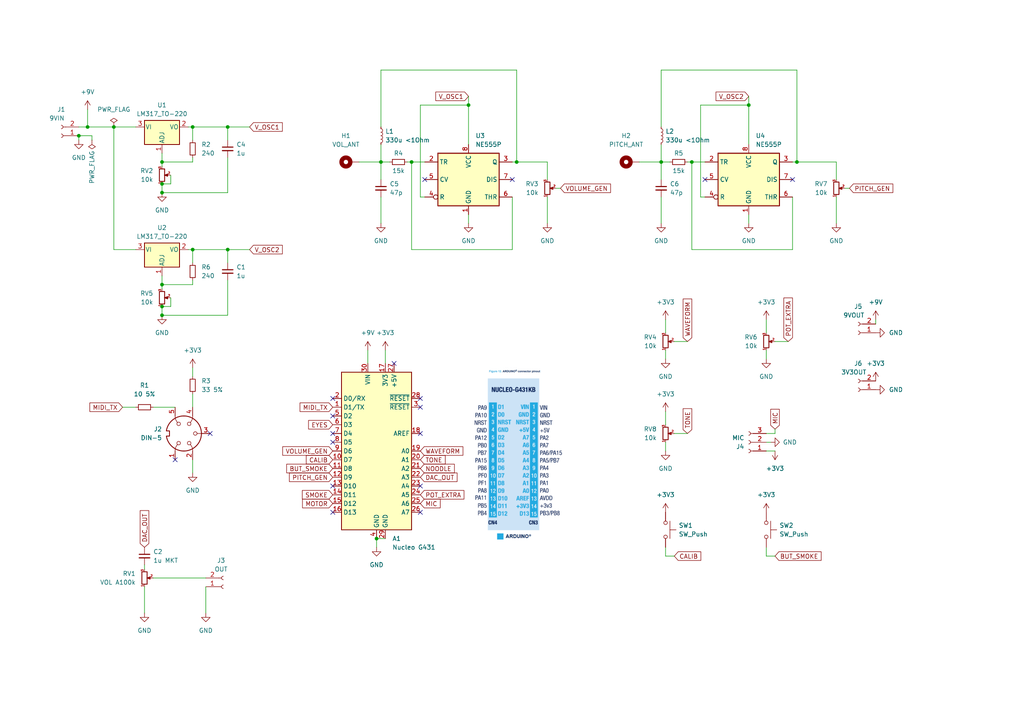
<source format=kicad_sch>
(kicad_sch (version 20211123) (generator eeschema)
  (paper "A4")
  (lib_symbols
    (symbol "Connector:Conn_01x02_Female" (pin_names (offset 1.016) hide)
      (property "Reference" "J" (at 0 2.54 0))
      (property "Value" "Conn_01x02_Female" (at 0 -5.08 0))
      (symbol "Conn_01x02_Female_1_1"
        (arc (start 0 -2.032) (mid -0.508 -2.54) (end 0 -3.048) (stroke (width 0.1524)))
        (polyline (pts (xy -1.27 -2.54) (xy -0.508 -2.54)) (stroke (width 0.1524)))
        (polyline (pts (xy -1.27 0) (xy -0.508 0)) (stroke (width 0.1524)))
        (arc (start 0 0.508) (mid -0.508 0) (end 0 -0.508) (stroke (width 0.1524)))
        (pin passive line (at -5.08 0 0) (length 3.81) (name "Pin_1") (number "1"))
        (pin passive line (at -5.08 -2.54 0) (length 3.81) (name "Pin_2") (number "2"))
      )
    )
    (symbol "Connector:Conn_01x03_Female" (pin_names (offset 1.016) hide)
      (property "Reference" "J" (at 0 5.08 0))
      (property "Value" "Conn_01x03_Female" (at 0 -5.08 0))
      (symbol "Conn_01x03_Female_1_1"
        (arc (start 0 -2.032) (mid -0.508 -2.54) (end 0 -3.048) (stroke (width 0.1524)))
        (polyline (pts (xy -1.27 -2.54) (xy -0.508 -2.54)) (stroke (width 0.1524)))
        (polyline (pts (xy -1.27 0) (xy -0.508 0)) (stroke (width 0.1524)))
        (polyline (pts (xy -1.27 2.54) (xy -0.508 2.54)) (stroke (width 0.1524)))
        (arc (start 0 0.508) (mid -0.508 0) (end 0 -0.508) (stroke (width 0.1524)))
        (arc (start 0 3.048) (mid -0.508 2.54) (end 0 2.032) (stroke (width 0.1524)))
        (pin passive line (at -5.08 2.54 0) (length 3.81) (name "Pin_1") (number "1"))
        (pin passive line (at -5.08 0 0) (length 3.81) (name "Pin_2") (number "2"))
        (pin passive line (at -5.08 -2.54 0) (length 3.81) (name "Pin_3") (number "3"))
      )
    )
    (symbol "Connector:DIN-5" (pin_names (offset 1.016))
      (property "Reference" "J" (at 3.175 5.715 0))
      (property "Value" "DIN-5" (at 0 -6.35 0))
      (symbol "DIN-5_0_1"
        (arc (start -5.08 0) (mid -3.8609 -3.3364) (end -0.762 -5.08) (stroke (width 0.254)))
        (circle (center -2.794 -1.524) (radius 0.508))
        (circle (center -2.794 1.524) (radius 0.508))
        (polyline (pts (xy 0 5.08) (xy 0 3.81)))
        (polyline (pts (xy -5.08 -2.54) (xy -4.318 -2.54) (xy -3.175 -1.905)))
        (polyline (pts (xy -5.08 2.54) (xy -4.318 2.54) (xy -3.175 1.905)))
        (polyline (pts (xy 5.08 -2.54) (xy 4.318 -2.54) (xy 3.175 -1.905)))
        (polyline (pts (xy 5.08 2.54) (xy 4.318 2.54) (xy 3.175 1.905)))
        (polyline (pts (xy -0.762 -4.953) (xy -0.762 -4.191) (xy 0.762 -4.191) (xy 0.762 -4.953)) (stroke (width 0.254)))
        (circle (center 0 3.302) (radius 0.508))
        (arc (start 0.762 -5.08) (mid 3.8685 -3.343) (end 5.08 0) (stroke (width 0.254)))
        (circle (center 2.794 -1.524) (radius 0.508))
        (circle (center 2.794 1.524) (radius 0.508))
        (arc (start 5.08 0) (mid 0 5.08) (end -5.08 0) (stroke (width 0.254)))
      )
      (symbol "DIN-5_1_1"
        (pin passive line (at -7.62 -2.54 0) (length 2.54) (name "~") (number "1"))
        (pin passive line (at -7.62 2.54 0) (length 2.54) (name "~") (number "2"))
        (pin passive line (at 0 7.62 270) (length 2.54) (name "~") (number "3"))
        (pin passive line (at 7.62 2.54 180) (length 2.54) (name "~") (number "4"))
        (pin passive line (at 7.62 -2.54 180) (length 2.54) (name "~") (number "5"))
      )
    )
    (symbol "Device:C_Small" (pin_numbers hide) (pin_names (offset 0.254) hide)
      (property "Reference" "C" (at 0.254 1.778 0))
      (property "Value" "C_Small" (at 0.254 -2.032 0))
      (symbol "C_Small_0_1"
        (polyline (pts (xy -1.524 -0.508) (xy 1.524 -0.508)) (stroke (width 0.3302)))
        (polyline (pts (xy -1.524 0.508) (xy 1.524 0.508)) (stroke (width 0.3048)))
      )
      (symbol "C_Small_1_1"
        (pin passive line (at 0 2.54 270) (length 2.032) (name "~") (number "1"))
        (pin passive line (at 0 -2.54 90) (length 2.032) (name "~") (number "2"))
      )
    )
    (symbol "Device:L_Small" (pin_numbers hide) (pin_names (offset 0.254) hide)
      (property "Reference" "L" (at 0.762 1.016 0))
      (property "Value" "L_Small" (at 0.762 -1.016 0))
      (symbol "L_Small_0_1"
        (arc (start 0 -2.032) (mid 0.508 -1.524) (end 0 -1.016))
        (arc (start 0 -1.016) (mid 0.508 -0.508) (end 0 0))
        (arc (start 0 0) (mid 0.508 0.508) (end 0 1.016))
        (arc (start 0 1.016) (mid 0.508 1.524) (end 0 2.032))
      )
      (symbol "L_Small_1_1"
        (pin passive line (at 0 2.54 270) (length 0.508) (name "~") (number "1"))
        (pin passive line (at 0 -2.54 90) (length 0.508) (name "~") (number "2"))
      )
    )
    (symbol "Device:R_Potentiometer_Small" (pin_names (offset 1.016) hide)
      (property "Reference" "RV" (at -4.445 0 90))
      (property "Value" "R_Potentiometer_Small" (at -2.54 0 90))
      (symbol "R_Potentiometer_Small_0_1"
        (polyline (pts (xy 0.889 0) (xy 0.635 0) (xy 1.651 0.381) (xy 1.651 -0.381) (xy 0.635 0) (xy 0.889 0)) (fill (type outline)))
        (rectangle (start 0.762 1.8034) (end -0.762 -1.8034) (stroke (width 0.254)))
      )
      (symbol "R_Potentiometer_Small_1_1"
        (pin passive line (at 0 2.54 270) (length 0.635) (name "1") (number "1"))
        (pin passive line (at 2.54 0 180) (length 0.9906) (name "2") (number "2"))
        (pin passive line (at 0 -2.54 90) (length 0.635) (name "3") (number "3"))
      )
    )
    (symbol "Device:R_Small" (pin_numbers hide) (pin_names (offset 0.254) hide)
      (property "Reference" "R" (at 0.762 0.508 0))
      (property "Value" "R_Small" (at 0.762 -1.016 0))
      (symbol "R_Small_0_1"
        (rectangle (start -0.762 1.778) (end 0.762 -1.778) (stroke (width 0.2032)))
      )
      (symbol "R_Small_1_1"
        (pin passive line (at 0 2.54 270) (length 0.762) (name "~") (number "1"))
        (pin passive line (at 0 -2.54 90) (length 0.762) (name "~") (number "2"))
      )
    )
    (symbol "MCU_Module:Arduino_Nano_v3.x"
      (property "Reference" "A" (at -10.16 23.495 0))
      (property "Value" "Arduino_Nano_v3.x" (at 5.08 -24.13 0))
      (symbol "Arduino_Nano_v3.x_0_1"
        (rectangle (start -10.16 22.86) (end 10.16 -22.86) (stroke (width 0.254)) (fill (type background)))
      )
      (symbol "Arduino_Nano_v3.x_1_1"
        (pin bidirectional line (at -12.7 12.7 0) (length 2.54) (name "D1/TX") (number "1"))
        (pin bidirectional line (at -12.7 -2.54 0) (length 2.54) (name "D7") (number "10"))
        (pin bidirectional line (at -12.7 -5.08 0) (length 2.54) (name "D8") (number "11"))
        (pin bidirectional line (at -12.7 -7.62 0) (length 2.54) (name "D9") (number "12"))
        (pin bidirectional line (at -12.7 -10.16 0) (length 2.54) (name "D10") (number "13"))
        (pin bidirectional line (at -12.7 -12.7 0) (length 2.54) (name "D11") (number "14"))
        (pin bidirectional line (at -12.7 -15.24 0) (length 2.54) (name "D12") (number "15"))
        (pin bidirectional line (at -12.7 -17.78 0) (length 2.54) (name "D13") (number "16"))
        (pin power_out line (at 2.54 25.4 270) (length 2.54) (name "3V3") (number "17"))
        (pin input line (at 12.7 5.08 180) (length 2.54) (name "AREF") (number "18"))
        (pin bidirectional line (at 12.7 0 180) (length 2.54) (name "A0") (number "19"))
        (pin bidirectional line (at -12.7 15.24 0) (length 2.54) (name "D0/RX") (number "2"))
        (pin bidirectional line (at 12.7 -2.54 180) (length 2.54) (name "A1") (number "20"))
        (pin bidirectional line (at 12.7 -5.08 180) (length 2.54) (name "A2") (number "21"))
        (pin bidirectional line (at 12.7 -7.62 180) (length 2.54) (name "A3") (number "22"))
        (pin bidirectional line (at 12.7 -10.16 180) (length 2.54) (name "A4") (number "23"))
        (pin bidirectional line (at 12.7 -12.7 180) (length 2.54) (name "A5") (number "24"))
        (pin bidirectional line (at 12.7 -15.24 180) (length 2.54) (name "A6") (number "25"))
        (pin bidirectional line (at 12.7 -17.78 180) (length 2.54) (name "A7") (number "26"))
        (pin power_out line (at 5.08 25.4 270) (length 2.54) (name "+5V") (number "27"))
        (pin input line (at 12.7 15.24 180) (length 2.54) (name "~{RESET}") (number "28"))
        (pin power_in line (at 2.54 -25.4 90) (length 2.54) (name "GND") (number "29"))
        (pin input line (at 12.7 12.7 180) (length 2.54) (name "~{RESET}") (number "3"))
        (pin power_in line (at -2.54 25.4 270) (length 2.54) (name "VIN") (number "30"))
        (pin power_in line (at 0 -25.4 90) (length 2.54) (name "GND") (number "4"))
        (pin bidirectional line (at -12.7 10.16 0) (length 2.54) (name "D2") (number "5"))
        (pin bidirectional line (at -12.7 7.62 0) (length 2.54) (name "D3") (number "6"))
        (pin bidirectional line (at -12.7 5.08 0) (length 2.54) (name "D4") (number "7"))
        (pin bidirectional line (at -12.7 2.54 0) (length 2.54) (name "D5") (number "8"))
        (pin bidirectional line (at -12.7 0 0) (length 2.54) (name "D6") (number "9"))
      )
    )
    (symbol "Mechanical:MountingHole_Pad" (pin_numbers hide) (pin_names (offset 1.016) hide)
      (property "Reference" "H" (at 0 6.35 0))
      (property "Value" "MountingHole_Pad" (at 0 4.445 0))
      (symbol "MountingHole_Pad_0_1"
        (circle (center 0 1.27) (radius 1.27) (stroke (width 1.27)))
      )
      (symbol "MountingHole_Pad_1_1"
        (pin input line (at 0 -2.54 90) (length 2.54) (name "1") (number "1"))
      )
    )
    (symbol "Regulator_Linear:LM317_TO-220" (pin_names (offset 0.254))
      (property "Reference" "U" (at -3.81 3.175 0))
      (property "Value" "LM317_TO-220" (at 0 3.175 0))
      (symbol "LM317_TO-220_0_1"
        (rectangle (start -5.08 1.905) (end 5.08 -5.08) (stroke (width 0.254)) (fill (type background)))
      )
      (symbol "LM317_TO-220_1_1"
        (pin input line (at 0 -7.62 90) (length 2.54) (name "ADJ") (number "1"))
        (pin power_out line (at 7.62 0 180) (length 2.54) (name "VO") (number "2"))
        (pin power_in line (at -7.62 0 0) (length 2.54) (name "VI") (number "3"))
      )
    )
    (symbol "Switch:SW_Push" (pin_numbers hide) (pin_names (offset 1.016) hide)
      (property "Reference" "SW" (at 1.27 2.54 0))
      (property "Value" "SW_Push" (at 0 -1.524 0))
      (symbol "SW_Push_0_1"
        (circle (center -2.032 0) (radius 0.508))
        (polyline (pts (xy 0 1.27) (xy 0 3.048)))
        (polyline (pts (xy 2.54 1.27) (xy -2.54 1.27)))
        (circle (center 2.032 0) (radius 0.508))
        (pin passive line (at -5.08 0 0) (length 2.54) (name "1") (number "1"))
        (pin passive line (at 5.08 0 180) (length 2.54) (name "2") (number "2"))
      )
    )
    (symbol "Timer:NE555P"
      (property "Reference" "U" (at -10.16 8.89 0))
      (property "Value" "NE555P" (at 2.54 8.89 0))
      (symbol "NE555P_0_0"
        (pin power_in line (at 0 -10.16 90) (length 2.54) (name "GND") (number "1"))
        (pin power_in line (at 0 10.16 270) (length 2.54) (name "VCC") (number "8"))
      )
      (symbol "NE555P_0_1"
        (rectangle (start -8.89 -7.62) (end 8.89 7.62) (stroke (width 0.254)) (fill (type background)))
        (rectangle (start -8.89 -7.62) (end 8.89 7.62) (stroke (width 0.254)) (fill (type background)))
      )
      (symbol "NE555P_1_1"
        (pin input line (at -12.7 5.08 0) (length 3.81) (name "TR") (number "2"))
        (pin output line (at 12.7 5.08 180) (length 3.81) (name "Q") (number "3"))
        (pin input inverted (at -12.7 -5.08 0) (length 3.81) (name "R") (number "4"))
        (pin input line (at -12.7 0 0) (length 3.81) (name "CV") (number "5"))
        (pin input line (at 12.7 -5.08 180) (length 3.81) (name "THR") (number "6"))
        (pin input line (at 12.7 0 180) (length 3.81) (name "DIS") (number "7"))
      )
    )
    (symbol "power:+3V3" (power) (pin_names (offset 0))
      (property "Value" "+3V3" (at 0 3.556 0))
      (symbol "+3V3_0_1"
        (polyline (pts (xy -0.762 1.27) (xy 0 2.54)))
        (polyline (pts (xy 0 0) (xy 0 2.54)))
        (polyline (pts (xy 0 2.54) (xy 0.762 1.27)))
      )
      (symbol "+3V3_1_1"
        (pin power_in line (at 0 0 90) (length 0) hide (name "+3V3") (number "1"))
      )
    )
    (symbol "power:+9V" (power) (pin_names (offset 0))
      (property "Value" "+9V" (at 0 3.556 0))
      (symbol "+9V_0_1"
        (polyline (pts (xy -0.762 1.27) (xy 0 2.54)))
        (polyline (pts (xy 0 0) (xy 0 2.54)))
        (polyline (pts (xy 0 2.54) (xy 0.762 1.27)))
      )
      (symbol "+9V_1_1"
        (pin power_in line (at 0 0 90) (length 0) hide (name "+9V") (number "1"))
      )
    )
    (symbol "power:GND" (power) (pin_names (offset 0))
      (property "Value" "GND" (at 0 -3.81 0))
      (symbol "GND_0_1"
        (polyline (pts (xy 0 0) (xy 0 -1.27) (xy 1.27 -1.27) (xy 0 -2.54) (xy -1.27 -1.27) (xy 0 -1.27)))
      )
      (symbol "GND_1_1"
        (pin power_in line (at 0 0 270) (length 0) hide (name "GND") (number "1"))
      )
    )
    (symbol "power:PWR_FLAG" (power) (pin_numbers hide) (pin_names (offset 0) hide)
      (property "Value" "PWR_FLAG" (at 0 3.81 0))
      (symbol "PWR_FLAG_0_0"
        (pin power_out line (at 0 0 90) (length 0) (name "pwr") (number "1"))
      )
      (symbol "PWR_FLAG_0_1"
        (polyline (pts (xy 0 0) (xy 0 1.27) (xy -1.016 1.905) (xy 0 2.54) (xy 1.016 1.905) (xy 0 1.27)))
      )
    )
  )
  (junction (at 46.99 46.99))
  (junction (at 46.99 88.9))
  (junction (at 217.17 30.48))
  (junction (at 46.99 53.34))
  (junction (at 231.14 46.99))
  (junction (at 119.38 46.99))
  (junction (at 33.02 36.83))
  (junction (at 25.4 36.83))
  (junction (at 66.04 36.83))
  (junction (at 55.88 72.39))
  (junction (at 66.04 72.39))
  (junction (at 135.89 30.48))
  (junction (at 46.99 91.44))
  (junction (at 110.49 46.99))
  (junction (at 191.77 46.99))
  (junction (at 22.86 39.37))
  (junction (at 55.88 36.83))
  (junction (at 149.86 46.99))
  (junction (at 46.99 82.55))
  (junction (at 46.99 55.88))
  (junction (at 200.66 46.99))
  (junction (at 109.22 156.21))
  (no_connect (at 121.92 125.73))
  (no_connect (at 96.52 140.97))
  (no_connect (at 121.92 148.59))
  (no_connect (at 114.3 105.41))
  (no_connect (at 96.52 125.73))
  (no_connect (at 121.92 115.57))
  (no_connect (at 96.52 115.57))
  (no_connect (at 123.19 52.07))
  (no_connect (at 60.96 125.73))
  (no_connect (at 204.47 52.07))
  (no_connect (at 96.52 128.27))
  (no_connect (at 148.59 52.07))
  (no_connect (at 96.52 120.65))
  (no_connect (at 96.52 148.59))
  (no_connect (at 121.92 118.11))
  (no_connect (at 229.87 52.07))
  (no_connect (at 121.92 140.97))
  (no_connect (at 50.8 133.35))
  (wire (pts (xy 39.37 72.39) (xy 33.02 72.39)))
  (wire (pts (xy 242.57 46.99) (xy 242.57 52.07)))
  (wire (pts (xy 55.88 82.55) (xy 46.99 82.55)))
  (wire (pts (xy 158.75 57.15) (xy 158.75 64.77)))
  (wire (pts (xy 231.14 46.99) (xy 242.57 46.99)))
  (wire (pts (xy 217.17 27.94) (xy 217.17 30.48)))
  (wire (pts (xy 59.69 170.18) (xy 59.69 177.8)))
  (wire (pts (xy 199.39 99.06) (xy 195.58 99.06)))
  (wire (pts (xy 41.91 170.18) (xy 41.91 177.8)))
  (wire (pts (xy 228.6 99.06) (xy 224.79 99.06)))
  (wire (pts (xy 191.77 36.83) (xy 191.77 20.32)))
  (wire (pts (xy 229.87 72.39) (xy 200.66 72.39)))
  (wire (pts (xy 46.99 53.34) (xy 49.53 53.34)))
  (wire (pts (xy 110.49 20.32) (xy 149.86 20.32)))
  (wire (pts (xy 200.66 46.99) (xy 204.47 46.99)))
  (wire (pts (xy 66.04 36.83) (xy 72.39 36.83)))
  (wire (pts (xy 49.53 88.9) (xy 49.53 86.36)))
  (wire (pts (xy 110.49 46.99) (xy 110.49 52.07)))
  (wire (pts (xy 231.14 20.32) (xy 231.14 46.99)))
  (wire (pts (xy 55.88 106.68) (xy 55.88 109.22)))
  (wire (pts (xy 46.99 91.44) (xy 46.99 88.9)))
  (wire (pts (xy 54.61 36.83) (xy 55.88 36.83)))
  (wire (pts (xy 229.87 57.15) (xy 229.87 72.39)))
  (wire (pts (xy 66.04 91.44) (xy 46.99 91.44)))
  (wire (pts (xy 222.25 161.29) (xy 224.79 161.29)))
  (wire (pts (xy 222.25 158.75) (xy 222.25 161.29)))
  (wire (pts (xy 109.22 156.21) (xy 111.76 156.21)))
  (wire (pts (xy 66.04 76.2) (xy 66.04 72.39)))
  (wire (pts (xy 46.99 46.99) (xy 46.99 48.26)))
  (wire (pts (xy 121.92 30.48) (xy 135.89 30.48)))
  (wire (pts (xy 193.04 101.6) (xy 193.04 104.14)))
  (wire (pts (xy 25.4 36.83) (xy 33.02 36.83)))
  (wire (pts (xy 33.02 36.83) (xy 39.37 36.83)))
  (wire (pts (xy 25.4 31.75) (xy 25.4 36.83)))
  (wire (pts (xy 222.25 101.6) (xy 222.25 104.14)))
  (wire (pts (xy 242.57 57.15) (xy 242.57 64.77)))
  (wire (pts (xy 246.38 54.61) (xy 245.11 54.61)))
  (wire (pts (xy 66.04 72.39) (xy 55.88 72.39)))
  (wire (pts (xy 46.99 88.9) (xy 49.53 88.9)))
  (wire (pts (xy 55.88 137.16) (xy 55.88 133.35)))
  (wire (pts (xy 135.89 30.48) (xy 135.89 41.91)))
  (wire (pts (xy 162.56 54.61) (xy 161.29 54.61)))
  (wire (pts (xy 121.92 57.15) (xy 123.19 57.15)))
  (wire (pts (xy 66.04 36.83) (xy 55.88 36.83)))
  (wire (pts (xy 223.52 128.27) (xy 222.25 128.27)))
  (wire (pts (xy 199.39 125.73) (xy 195.58 125.73)))
  (wire (pts (xy 22.86 39.37) (xy 22.86 40.64)))
  (wire (pts (xy 46.99 82.55) (xy 46.99 83.82)))
  (wire (pts (xy 148.59 72.39) (xy 119.38 72.39)))
  (wire (pts (xy 55.88 45.72) (xy 55.88 46.99)))
  (wire (pts (xy 54.61 72.39) (xy 55.88 72.39)))
  (wire (pts (xy 119.38 72.39) (xy 119.38 46.99)))
  (wire (pts (xy 104.14 46.99) (xy 110.49 46.99)))
  (wire (pts (xy 222.25 125.73) (xy 224.79 125.73)))
  (wire (pts (xy 193.04 128.27) (xy 193.04 130.81)))
  (wire (pts (xy 224.79 130.81) (xy 222.25 130.81)))
  (wire (pts (xy 66.04 72.39) (xy 72.39 72.39)))
  (wire (pts (xy 49.53 53.34) (xy 49.53 50.8)))
  (wire (pts (xy 149.86 20.32) (xy 149.86 46.99)))
  (wire (pts (xy 55.88 46.99) (xy 46.99 46.99)))
  (wire (pts (xy 110.49 41.91) (xy 110.49 46.99)))
  (wire (pts (xy 46.99 44.45) (xy 46.99 46.99)))
  (wire (pts (xy 44.45 167.64) (xy 59.69 167.64)))
  (wire (pts (xy 110.49 57.15) (xy 110.49 64.77)))
  (wire (pts (xy 231.14 46.99) (xy 229.87 46.99)))
  (wire (pts (xy 106.68 101.6) (xy 106.68 105.41)))
  (wire (pts (xy 222.25 92.71) (xy 222.25 96.52)))
  (wire (pts (xy 199.39 46.99) (xy 200.66 46.99)))
  (wire (pts (xy 26.67 40.64) (xy 26.67 39.37)))
  (wire (pts (xy 46.99 55.88) (xy 46.99 53.34)))
  (wire (pts (xy 135.89 64.77) (xy 135.89 62.23)))
  (wire (pts (xy 55.88 72.39) (xy 55.88 76.2)))
  (wire (pts (xy 158.75 46.99) (xy 158.75 52.07)))
  (wire (pts (xy 224.79 125.73) (xy 224.79 124.46)))
  (wire (pts (xy 110.49 36.83) (xy 110.49 20.32)))
  (wire (pts (xy 66.04 55.88) (xy 46.99 55.88)))
  (wire (pts (xy 44.45 118.11) (xy 50.8 118.11)))
  (wire (pts (xy 66.04 81.28) (xy 66.04 91.44)))
  (wire (pts (xy 35.56 118.11) (xy 39.37 118.11)))
  (wire (pts (xy 191.77 41.91) (xy 191.77 46.99)))
  (wire (pts (xy 217.17 30.48) (xy 217.17 41.91)))
  (wire (pts (xy 118.11 46.99) (xy 119.38 46.99)))
  (wire (pts (xy 185.42 46.99) (xy 191.77 46.99)))
  (wire (pts (xy 55.88 36.83) (xy 55.88 40.64)))
  (wire (pts (xy 26.67 39.37) (xy 22.86 39.37)))
  (wire (pts (xy 191.77 46.99) (xy 194.31 46.99)))
  (wire (pts (xy 66.04 40.64) (xy 66.04 36.83)))
  (wire (pts (xy 111.76 101.6) (xy 111.76 105.41)))
  (wire (pts (xy 193.04 92.71) (xy 193.04 96.52)))
  (wire (pts (xy 195.58 161.29) (xy 193.04 161.29)))
  (wire (pts (xy 254 92.71) (xy 254 93.98)))
  (wire (pts (xy 121.92 30.48) (xy 121.92 57.15)))
  (wire (pts (xy 203.2 30.48) (xy 217.17 30.48)))
  (wire (pts (xy 41.91 163.83) (xy 41.91 165.1)))
  (wire (pts (xy 193.04 119.38) (xy 193.04 123.19)))
  (wire (pts (xy 191.77 57.15) (xy 191.77 64.77)))
  (wire (pts (xy 46.99 80.01) (xy 46.99 82.55)))
  (wire (pts (xy 148.59 57.15) (xy 148.59 72.39)))
  (wire (pts (xy 191.77 46.99) (xy 191.77 52.07)))
  (wire (pts (xy 109.22 156.21) (xy 109.22 158.75)))
  (wire (pts (xy 25.4 36.83) (xy 22.86 36.83)))
  (wire (pts (xy 203.2 57.15) (xy 204.47 57.15)))
  (wire (pts (xy 149.86 46.99) (xy 158.75 46.99)))
  (wire (pts (xy 200.66 72.39) (xy 200.66 46.99)))
  (wire (pts (xy 135.89 27.94) (xy 135.89 30.48)))
  (wire (pts (xy 217.17 64.77) (xy 217.17 62.23)))
  (wire (pts (xy 193.04 161.29) (xy 193.04 158.75)))
  (wire (pts (xy 55.88 81.28) (xy 55.88 82.55)))
  (wire (pts (xy 149.86 46.99) (xy 148.59 46.99)))
  (wire (pts (xy 33.02 72.39) (xy 33.02 36.83)))
  (wire (pts (xy 203.2 30.48) (xy 203.2 57.15)))
  (wire (pts (xy 55.88 114.3) (xy 55.88 118.11)))
  (wire (pts (xy 191.77 20.32) (xy 231.14 20.32)))
  (wire (pts (xy 110.49 46.99) (xy 113.03 46.99)))
  (wire (pts (xy 66.04 45.72) (xy 66.04 55.88)))
  (wire (pts (xy 119.38 46.99) (xy 123.19 46.99)))
  (image (at 149.86 132.08) (scale 0.780521))
  (global_label "CALIB" (shape input) (at 195.58 161.29 0) (property "Intersheet References" "${INTERSHEET_REFS}" (effects hide)))
  (global_label "V_OSC2" (shape input) (at 72.39 72.39 0) (property "Intersheet References" "${INTERSHEET_REFS}" (effects hide)))
  (global_label "NOODLE" (shape input) (at 121.92 135.89 0) (property "Intersheet References" "${INTERSHEET_REFS}" (effects hide)))
  (global_label "POT_EXTRA" (shape input) (at 228.6 99.06 90) (property "Intersheet References" "${INTERSHEET_REFS}" (effects hide)))
  (global_label "MOTOR" (shape input) (at 96.52 146.05 180) (property "Intersheet References" "${INTERSHEET_REFS}" (effects hide)))
  (global_label "DAC_OUT" (shape input) (at 41.91 158.75 90) (property "Intersheet References" "${INTERSHEET_REFS}" (effects hide)))
  (global_label "BUT_SMOKE" (shape input) (at 96.52 135.89 180) (property "Intersheet References" "${INTERSHEET_REFS}" (effects hide)))
  (global_label "MIDI_TX" (shape input) (at 35.56 118.11 180) (property "Intersheet References" "${INTERSHEET_REFS}" (effects hide)))
  (global_label "PITCH_GEN" (shape input) (at 246.38 54.61 0) (property "Intersheet References" "${INTERSHEET_REFS}" (effects hide)))
  (global_label "V_OSC2" (shape input) (at 217.17 27.94 180) (property "Intersheet References" "${INTERSHEET_REFS}" (effects hide)))
  (global_label "DAC_OUT" (shape input) (at 121.92 138.43 0) (property "Intersheet References" "${INTERSHEET_REFS}" (effects hide)))
  (global_label "VOLUME_GEN" (shape input) (at 162.56 54.61 0) (property "Intersheet References" "${INTERSHEET_REFS}" (effects hide)))
  (global_label "MIC" (shape input) (at 224.79 124.46 90) (property "Intersheet References" "${INTERSHEET_REFS}" (effects hide)))
  (global_label "PITCH_GEN" (shape input) (at 96.52 138.43 180) (property "Intersheet References" "${INTERSHEET_REFS}" (effects hide)))
  (global_label "TONE" (shape input) (at 121.92 133.35 0) (property "Intersheet References" "${INTERSHEET_REFS}" (effects hide)))
  (global_label "V_OSC1" (shape input) (at 72.39 36.83 0) (property "Intersheet References" "${INTERSHEET_REFS}" (effects hide)))
  (global_label "WAVEFORM" (shape input) (at 199.39 99.06 90) (property "Intersheet References" "${INTERSHEET_REFS}" (effects hide)))
  (global_label "VOLUME_GEN" (shape input) (at 96.52 130.81 180) (property "Intersheet References" "${INTERSHEET_REFS}" (effects hide)))
  (global_label "POT_EXTRA" (shape input) (at 121.92 143.51 0) (property "Intersheet References" "${INTERSHEET_REFS}" (effects hide)))
  (global_label "EYES" (shape input) (at 96.52 123.19 180) (property "Intersheet References" "${INTERSHEET_REFS}" (effects hide)))
  (global_label "BUT_SMOKE" (shape input) (at 224.79 161.29 0) (property "Intersheet References" "${INTERSHEET_REFS}" (effects hide)))
  (global_label "SMOKE" (shape input) (at 96.52 143.51 180) (property "Intersheet References" "${INTERSHEET_REFS}" (effects hide)))
  (global_label "TONE" (shape input) (at 199.39 125.73 90) (property "Intersheet References" "${INTERSHEET_REFS}" (effects hide)))
  (global_label "V_OSC1" (shape input) (at 135.89 27.94 180) (property "Intersheet References" "${INTERSHEET_REFS}" (effects hide)))
  (global_label "CALIB" (shape input) (at 96.52 133.35 180) (property "Intersheet References" "${INTERSHEET_REFS}" (effects hide)))
  (global_label "WAVEFORM" (shape input) (at 121.92 130.81 0) (property "Intersheet References" "${INTERSHEET_REFS}" (effects hide)))
  (global_label "MIDI_TX" (shape input) (at 96.52 118.11 180) (property "Intersheet References" "${INTERSHEET_REFS}" (effects hide)))
  (global_label "MIC" (shape input) (at 121.92 146.05 0) (property "Intersheet References" "${INTERSHEET_REFS}" (effects hide)))
  (symbol (lib_id "power:GND") (at 110.49 64.77 0) (unit 1)
    (property "Reference" "#PWR0127" (effects hide))
    (property "Value" "GND" (at 110.49 69.85 0))
  )
  (symbol (lib_id "Device:C_Small") (at 41.91 161.29 0) (unit 1)
    (property "Reference" "C2" (at 44.45 160.0262 0) (effects (justify left)))
    (property "Value" "1u MKT" (at 44.45 162.5662 0) (effects (justify left)))
    (property "Footprint" "Capacitor_THT:C_Rect_L7.0mm_W4.5mm_P5.00mm" (effects hide))
  )
  (symbol (lib_id "power:+3V3") (at 193.04 119.38 0) (unit 1)
    (property "Reference" "#PWR02" (effects hide))
    (property "Value" "+3V3" (at 193.04 114.3 0))
  )
  (symbol (lib_id "Connector:Conn_01x03_Female") (at 217.17 128.27 180) (unit 1)
    (property "Reference" "J4" (at 215.9 129.5401 0) (effects (justify left)))
    (property "Value" "MIC" (at 215.9 127.0001 0) (effects (justify left)))
    (property "Footprint" "Connector_JST:JST_PH_B3B-PH-K_1x03_P2.00mm_Vertical" (effects hide))
  )
  (symbol (lib_id "power:GND") (at 254 113.03 90) (unit 1)
    (property "Reference" "#PWR0123" (effects hide))
    (property "Value" "GND" (at 257.81 113.0299 90) (effects (justify right)))
  )
  (symbol (lib_id "Device:R_Small") (at 196.85 46.99 90) (unit 1)
    (property "Reference" "R5" (at 196.85 44.45 90))
    (property "Value" "15k" (at 196.85 49.53 90))
    (property "Footprint" "Resistor_THT:R_Axial_DIN0207_L6.3mm_D2.5mm_P10.16mm_Horizontal" (effects hide))
  )
  (symbol (lib_id "Connector:Conn_01x02_Female") (at 17.78 39.37 180) (unit 1)
    (property "Reference" "J1" (at 17.78 31.75 0))
    (property "Value" "9VIN" (at 16.51 34.29 0))
    (property "Footprint" "Connector_JST:JST_PH_B2B-PH-K_1x02_P2.00mm_Vertical" (effects hide))
  )
  (symbol (lib_id "Switch:SW_Push") (at 193.04 153.67 270) (unit 1)
    (property "Reference" "SW1" (at 196.85 152.3999 90) (effects (justify left)))
    (property "Value" "SW_Push" (at 196.85 154.9399 90) (effects (justify left)))
    (property "Footprint" "Connector_JST:JST_PH_B2B-PH-K_1x02_P2.00mm_Vertical" (effects hide))
  )
  (symbol (lib_id "power:GND") (at 254 96.52 90) (unit 1)
    (property "Reference" "#PWR0115" (effects hide))
    (property "Value" "GND" (at 257.81 96.5199 90) (effects (justify right)))
  )
  (symbol (lib_id "Device:R_Potentiometer_Small") (at 158.75 54.61 0) (mirror x) (unit 1)
    (property "Reference" "RV3" (at 156.21 53.3399 0) (effects (justify right)))
    (property "Value" "10k" (at 156.21 55.8799 0) (effects (justify right)))
    (property "Footprint" "Potentiometer_THT:Potentiometer_Bourns_3299W_Vertical" (effects hide))
  )
  (symbol (lib_id "Device:L_Small") (at 191.77 39.37 0) (unit 1)
    (property "Reference" "L2" (at 193.04 38.0999 0) (effects (justify left)))
    (property "Value" "330u <1Ohm" (at 193.04 40.6399 0) (effects (justify left)))
    (property "Footprint" "Inductor_THT:L_Radial_D7.5mm_P5.00mm_Fastron_07P" (effects hide))
  )
  (symbol (lib_id "Device:L_Small") (at 110.49 39.37 0) (unit 1)
    (property "Reference" "L1" (at 111.76 38.0999 0) (effects (justify left)))
    (property "Value" "330u <1Ohm" (at 111.76 40.6399 0) (effects (justify left)))
    (property "Footprint" "Inductor_THT:L_Radial_D7.5mm_P5.00mm_Fastron_07P" (effects hide))
  )
  (symbol (lib_id "power:GND") (at 46.99 91.44 0) (unit 1)
    (property "Reference" "#PWR01" (effects hide))
    (property "Value" "GND" (at 46.99 96.52 0))
  )
  (symbol (lib_id "Device:R_Small") (at 41.91 118.11 90) (unit 1)
    (property "Reference" "R1" (at 41.91 111.76 90))
    (property "Value" "10 5%" (at 41.91 114.3 90))
    (property "Footprint" "Resistor_THT:R_Axial_DIN0207_L6.3mm_D2.5mm_P10.16mm_Horizontal" (effects hide))
  )
  (symbol (lib_id "Device:C_Small") (at 66.04 43.18 0) (unit 1)
    (property "Reference" "C4" (at 68.58 41.9162 0) (effects (justify left)))
    (property "Value" "1u" (at 68.58 44.4562 0) (effects (justify left)))
    (property "Footprint" "Capacitor_THT:C_Rect_L7.0mm_W4.5mm_P5.00mm" (effects hide))
  )
  (symbol (lib_id "Connector:Conn_01x02_Female") (at 64.77 170.18 0) (mirror x) (unit 1)
    (property "Reference" "J3" (at 64.135 162.56 0))
    (property "Value" "OUT" (at 64.135 165.1 0))
    (property "Footprint" "Connector_JST:JST_PH_B2B-PH-K_1x02_P2.00mm_Vertical" (effects hide))
  )
  (symbol (lib_id "power:+3V3") (at 222.25 92.71 0) (unit 1)
    (property "Reference" "#PWR0119" (effects hide))
    (property "Value" "+3V3" (at 222.25 87.63 0))
  )
  (symbol (lib_id "Timer:NE555P") (at 135.89 52.07 0) (unit 1)
    (property "Reference" "U3" (at 137.9094 39.37 0) (effects (justify left)))
    (property "Value" "NE555P" (at 137.9094 41.91 0) (effects (justify left)))
    (property "Footprint" "Package_DIP:DIP-8_W7.62mm" (effects hide))
    (property "Datasheet" "http://www.ti.com/lit/ds/symlink/ne555.pdf" (effects hide))
  )
  (symbol (lib_id "power:GND") (at 22.86 40.64 0) (unit 1)
    (property "Reference" "#PWR0101" (effects hide))
    (property "Value" "GND" (at 22.86 45.72 0))
  )
  (symbol (lib_id "Device:R_Potentiometer_Small") (at 193.04 125.73 0) (mirror x) (unit 1)
    (property "Reference" "RV8" (at 190.5 124.4599 0) (effects (justify right)))
    (property "Value" "10k" (at 190.5 126.9999 0) (effects (justify right)))
    (property "Footprint" "Connector_JST:JST_PH_B3B-PH-K_1x03_P2.00mm_Vertical" (effects hide))
  )
  (symbol (lib_id "Device:R_Small") (at 115.57 46.99 90) (unit 1)
    (property "Reference" "R4" (at 115.57 44.45 90))
    (property "Value" "15k" (at 115.57 49.53 90))
    (property "Footprint" "Resistor_THT:R_Axial_DIN0207_L6.3mm_D2.5mm_P10.16mm_Horizontal" (effects hide))
  )
  (symbol (lib_id "power:+3V3") (at 222.25 148.59 0) (unit 1)
    (property "Reference" "#PWR0122" (effects hide))
    (property "Value" "+3V3" (at 222.25 143.51 0))
  )
  (symbol (lib_id "power:+3V3") (at 224.79 130.81 180) (unit 1)
    (property "Reference" "#PWR0120" (effects hide))
    (property "Value" "+3V3" (at 224.79 135.89 0))
  )
  (symbol (lib_id "power:GND") (at 59.69 177.8 0) (unit 1)
    (property "Reference" "#PWR0131" (effects hide))
    (property "Value" "GND" (at 59.69 182.88 0))
  )
  (symbol (lib_id "MCU_Module:Arduino_Nano_v3.x") (at 109.22 130.81 0) (unit 1)
    (property "Reference" "A1" (at 113.7794 156.21 0) (effects (justify left)))
    (property "Value" "Nucleo G431" (at 113.7794 158.75 0) (effects (justify left)))
    (property "Footprint" "Module:Arduino_Nano" (effects hide))
    (property "Datasheet" "http://www.mouser.com/pdfdocs/Gravitech_Arduino_Nano3_0.pdf" (effects hide))
  )
  (symbol (lib_id "power:GND") (at 109.22 158.75 0) (unit 1)
    (property "Reference" "#PWR0110" (effects hide))
    (property "Value" "GND" (at 109.22 163.83 0))
  )
  (symbol (lib_id "power:GND") (at 41.91 177.8 0) (unit 1)
    (property "Reference" "#PWR0132" (effects hide))
    (property "Value" "GND" (at 41.91 182.88 0))
  )
  (symbol (lib_id "Connector:Conn_01x02_Female") (at 248.92 113.03 180) (unit 1)
    (property "Reference" "J6" (at 248.92 105.41 0))
    (property "Value" "3V3OUT" (at 247.65 107.95 0))
    (property "Footprint" "Connector_JST:JST_PH_B2B-PH-K_1x02_P2.00mm_Vertical" (effects hide))
  )
  (symbol (lib_id "Device:R_Potentiometer_Small") (at 46.99 50.8 0) (mirror x) (unit 1)
    (property "Reference" "RV2" (at 44.45 49.5299 0) (effects (justify right)))
    (property "Value" "10k" (at 44.45 52.0699 0) (effects (justify right)))
    (property "Footprint" "Potentiometer_THT:Potentiometer_Bourns_3299W_Vertical" (effects hide))
  )
  (symbol (lib_id "Device:R_Small") (at 55.88 78.74 0) (unit 1)
    (property "Reference" "R6" (at 58.42 77.4699 0) (effects (justify left)))
    (property "Value" "240" (at 58.42 80.0099 0) (effects (justify left)))
    (property "Footprint" "Resistor_THT:R_Axial_DIN0207_L6.3mm_D2.5mm_P10.16mm_Horizontal" (effects hide))
  )
  (symbol (lib_id "power:GND") (at 222.25 104.14 0) (unit 1)
    (property "Reference" "#PWR0118" (effects hide))
    (property "Value" "GND" (at 222.25 109.22 0))
  )
  (symbol (lib_id "power:+3V3") (at 55.88 106.68 0) (unit 1)
    (property "Reference" "#PWR0133" (effects hide))
    (property "Value" "+3V3" (at 55.88 101.6 0))
  )
  (symbol (lib_id "power:GND") (at 191.77 64.77 0) (unit 1)
    (property "Reference" "#PWR0105" (effects hide))
    (property "Value" "GND" (at 191.77 69.85 0))
  )
  (symbol (lib_id "Timer:NE555P") (at 217.17 52.07 0) (unit 1)
    (property "Reference" "U4" (at 219.1894 39.37 0) (effects (justify left)))
    (property "Value" "NE555P" (at 219.1894 41.91 0) (effects (justify left)))
    (property "Footprint" "Package_DIP:DIP-8_W7.62mm" (effects hide))
    (property "Datasheet" "http://www.ti.com/lit/ds/symlink/ne555.pdf" (effects hide))
  )
  (symbol (lib_id "power:GND") (at 55.88 137.16 0) (unit 1)
    (property "Reference" "#PWR0134" (effects hide))
    (property "Value" "GND" (at 55.88 142.24 0))
  )
  (symbol (lib_id "Device:R_Small") (at 55.88 111.76 0) (unit 1)
    (property "Reference" "R3" (at 58.42 110.4899 0) (effects (justify left)))
    (property "Value" "33 5%" (at 58.42 113.0299 0) (effects (justify left)))
    (property "Footprint" "Resistor_THT:R_Axial_DIN0207_L6.3mm_D2.5mm_P10.16mm_Horizontal" (effects hide))
  )
  (symbol (lib_id "Connector:Conn_01x02_Female") (at 248.92 96.52 180) (unit 1)
    (property "Reference" "J5" (at 248.92 88.9 0))
    (property "Value" "9VOUT" (at 247.65 91.44 0))
    (property "Footprint" "Connector_JST:JST_PH_B2B-PH-K_1x02_P2.00mm_Vertical" (effects hide))
  )
  (symbol (lib_id "Device:R_Potentiometer_Small") (at 41.91 167.64 0) (mirror x) (unit 1)
    (property "Reference" "RV1" (at 39.37 166.3699 0) (effects (justify right)))
    (property "Value" "VOL A100k" (at 39.37 168.9099 0) (effects (justify right)))
    (property "Footprint" "Connector_JST:JST_PH_B3B-PH-K_1x03_P2.00mm_Vertical" (effects hide))
  )
  (symbol (lib_id "Mechanical:MountingHole_Pad") (at 182.88 46.99 90) (unit 1)
    (property "Reference" "H2" (at 181.61 39.37 90))
    (property "Value" "PITCH_ANT" (at 181.61 41.91 90))
    (property "Footprint" "Connector_Pin:Pin_D1.0mm_L10.0mm" (effects hide))
  )
  (symbol (lib_id "power:GND") (at 158.75 64.77 0) (unit 1)
    (property "Reference" "#PWR0130" (effects hide))
    (property "Value" "GND" (at 158.75 69.85 0))
  )
  (symbol (lib_id "Device:C_Small") (at 110.49 54.61 0) (unit 1)
    (property "Reference" "C5" (at 113.03 53.3462 0) (effects (justify left)))
    (property "Value" "47p" (at 113.03 55.8862 0) (effects (justify left)))
    (property "Footprint" "Capacitor_THT:C_Disc_D3.0mm_W1.6mm_P2.50mm" (effects hide))
  )
  (symbol (lib_id "Device:R_Potentiometer_Small") (at 193.04 99.06 0) (mirror x) (unit 1)
    (property "Reference" "RV4" (at 190.5 97.7899 0) (effects (justify right)))
    (property "Value" "10k" (at 190.5 100.3299 0) (effects (justify right)))
    (property "Footprint" "Connector_JST:JST_PH_B3B-PH-K_1x03_P2.00mm_Vertical" (effects hide))
  )
  (symbol (lib_id "Regulator_Linear:LM317_TO-220") (at 46.99 36.83 0) (unit 1)
    (property "Reference" "U1" (at 46.99 30.48 0))
    (property "Value" "LM317_TO-220" (at 46.99 33.02 0))
    (property "Footprint" "Package_TO_SOT_THT:TO-220-3_Vertical" (effects hide))
    (property "Datasheet" "http://www.ti.com/lit/ds/symlink/lm317.pdf" (effects hide))
  )
  (symbol (lib_id "Regulator_Linear:LM317_TO-220") (at 46.99 72.39 0) (unit 1)
    (property "Reference" "U2" (at 46.99 66.04 0))
    (property "Value" "LM317_TO-220" (at 46.99 68.58 0))
    (property "Footprint" "Package_TO_SOT_THT:TO-220-3_Vertical" (effects hide))
    (property "Datasheet" "http://www.ti.com/lit/ds/symlink/lm317.pdf" (effects hide))
  )
  (symbol (lib_id "Connector:DIN-5") (at 53.34 125.73 270) (mirror x) (unit 1)
    (property "Reference" "J2" (at 46.99 124.4598 90) (effects (justify right)))
    (property "Value" "DIN-5" (at 46.99 126.9998 90) (effects (justify right)))
    (property "Footprint" "footprints:MIDI_DIN5" (effects hide))
    (property "Datasheet" "http://www.mouser.com/ds/2/18/40_c091_abd_e-75918.pdf" (effects hide))
  )
  (symbol (lib_id "power:PWR_FLAG") (at 26.67 40.64 180) (unit 1)
    (property "Reference" "#FLG0102" (effects hide))
    (property "Value" "PWR_FLAG" (at 26.67 53.34 90) (effects (justify right)))
  )
  (symbol (lib_id "power:+3V3") (at 254 110.49 0) (unit 1)
    (property "Reference" "#PWR0124" (effects hide))
    (property "Value" "+3V3" (at 254 105.41 0))
  )
  (symbol (lib_id "Mechanical:MountingHole_Pad") (at 101.6 46.99 90) (unit 1)
    (property "Reference" "H1" (at 100.33 39.37 90))
    (property "Value" "VOL_ANT" (at 100.33 41.91 90))
    (property "Footprint" "Connector_Pin:Pin_D1.0mm_L10.0mm" (effects hide))
  )
  (symbol (lib_id "power:+3V3") (at 193.04 92.71 0) (unit 1)
    (property "Reference" "#PWR0116" (effects hide))
    (property "Value" "+3V3" (at 193.04 87.63 0))
  )
  (symbol (lib_id "power:GND") (at 193.04 130.81 0) (unit 1)
    (property "Reference" "#PWR03" (effects hide))
    (property "Value" "GND" (at 193.04 135.89 0))
  )
  (symbol (lib_id "Device:C_Small") (at 66.04 78.74 0) (unit 1)
    (property "Reference" "C1" (at 68.58 77.4762 0) (effects (justify left)))
    (property "Value" "1u" (at 68.58 80.0162 0) (effects (justify left)))
    (property "Footprint" "Capacitor_THT:C_Rect_L7.0mm_W4.5mm_P5.00mm" (effects hide))
  )
  (symbol (lib_id "power:GND") (at 217.17 64.77 0) (unit 1)
    (property "Reference" "#PWR0107" (effects hide))
    (property "Value" "GND" (at 217.17 69.85 0))
  )
  (symbol (lib_id "Switch:SW_Push") (at 222.25 153.67 270) (unit 1)
    (property "Reference" "SW2" (at 226.06 152.3999 90) (effects (justify left)))
    (property "Value" "SW_Push" (at 226.06 154.9399 90) (effects (justify left)))
    (property "Footprint" "Connector_JST:JST_PH_B2B-PH-K_1x02_P2.00mm_Vertical" (effects hide))
  )
  (symbol (lib_id "Device:R_Potentiometer_Small") (at 242.57 54.61 0) (mirror x) (unit 1)
    (property "Reference" "RV7" (at 240.03 53.3399 0) (effects (justify right)))
    (property "Value" "10k" (at 240.03 55.8799 0) (effects (justify right)))
    (property "Footprint" "Potentiometer_THT:Potentiometer_Bourns_3299W_Vertical" (effects hide))
  )
  (symbol (lib_id "power:+3V3") (at 193.04 148.59 0) (unit 1)
    (property "Reference" "#PWR0113" (effects hide))
    (property "Value" "+3V3" (at 193.04 143.51 0))
  )
  (symbol (lib_id "power:+9V") (at 254 92.71 0) (unit 1)
    (property "Reference" "#PWR0114" (effects hide))
    (property "Value" "+9V" (at 254 87.63 0))
  )
  (symbol (lib_id "power:GND") (at 223.52 128.27 90) (unit 1)
    (property "Reference" "#PWR0121" (effects hide))
    (property "Value" "GND" (at 231.14 128.27 90) (effects (justify left)))
  )
  (symbol (lib_id "power:GND") (at 135.89 64.77 0) (unit 1)
    (property "Reference" "#PWR0129" (effects hide))
    (property "Value" "GND" (at 135.89 69.85 0))
  )
  (symbol (lib_id "Device:R_Potentiometer_Small") (at 222.25 99.06 0) (mirror x) (unit 1)
    (property "Reference" "RV6" (at 219.71 97.7899 0) (effects (justify right)))
    (property "Value" "10k" (at 219.71 100.3299 0) (effects (justify right)))
    (property "Footprint" "Connector_JST:JST_PH_B3B-PH-K_1x03_P2.00mm_Vertical" (effects hide))
  )
  (symbol (lib_id "power:GND") (at 193.04 104.14 0) (unit 1)
    (property "Reference" "#PWR0117" (effects hide))
    (property "Value" "GND" (at 193.04 109.22 0))
  )
  (symbol (lib_id "power:+3V3") (at 111.76 101.6 0) (unit 1)
    (property "Reference" "#PWR0111" (effects hide))
    (property "Value" "+3V3" (at 111.76 96.52 0))
  )
  (symbol (lib_id "Device:C_Small") (at 191.77 54.61 0) (unit 1)
    (property "Reference" "C6" (at 194.31 53.3462 0) (effects (justify left)))
    (property "Value" "47p" (at 194.31 55.8862 0) (effects (justify left)))
    (property "Footprint" "Capacitor_THT:C_Disc_D3.0mm_W1.6mm_P2.50mm" (effects hide))
  )
  (symbol (lib_id "Device:R_Small") (at 55.88 43.18 0) (unit 1)
    (property "Reference" "R2" (at 58.42 41.9099 0) (effects (justify left)))
    (property "Value" "240" (at 58.42 44.4499 0) (effects (justify left)))
    (property "Footprint" "Resistor_THT:R_Axial_DIN0207_L6.3mm_D2.5mm_P10.16mm_Horizontal" (effects hide))
  )
  (symbol (lib_id "power:GND") (at 242.57 64.77 0) (unit 1)
    (property "Reference" "#PWR0104" (effects hide))
    (property "Value" "GND" (at 242.57 69.85 0))
  )
  (symbol (lib_id "power:GND") (at 46.99 55.88 0) (unit 1)
    (property "Reference" "#PWR0108" (effects hide))
    (property "Value" "GND" (at 46.99 60.96 0))
  )
  (symbol (lib_id "power:+9V") (at 106.68 101.6 0) (unit 1)
    (property "Reference" "#PWR0112" (effects hide))
    (property "Value" "+9V" (at 106.68 96.52 0))
  )
  (symbol (lib_id "Device:R_Potentiometer_Small") (at 46.99 86.36 0) (mirror x) (unit 1)
    (property "Reference" "RV5" (at 44.45 85.0899 0) (effects (justify right)))
    (property "Value" "10k" (at 44.45 87.6299 0) (effects (justify right)))
    (property "Footprint" "Potentiometer_THT:Potentiometer_Bourns_3299W_Vertical" (effects hide))
  )
  (symbol (lib_id "power:PWR_FLAG") (at 33.02 36.83 0) (unit 1)
    (property "Reference" "#FLG0101" (effects hide))
    (property "Value" "PWR_FLAG" (at 33.02 31.75 0))
  )
  (symbol (lib_id "power:+9V") (at 25.4 31.75 0) (unit 1)
    (property "Reference" "#PWR0102" (effects hide))
    (property "Value" "+9V" (at 25.4 26.67 0))
  )
)
</source>
